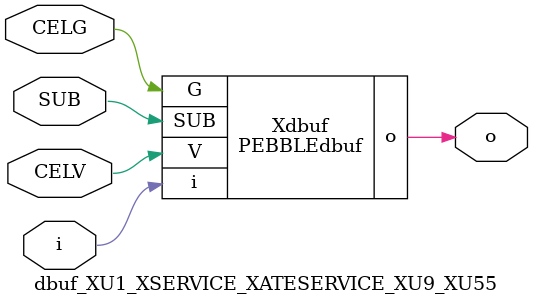
<source format=v>



module PEBBLEdbuf ( o, G, SUB, V, i );

  input V;
  input i;
  input G;
  output o;
  input SUB;
endmodule

//Celera Confidential Do Not Copy dbuf_XU1_XSERVICE_XATESERVICE_XU9_XU55
//Celera Confidential Symbol Generator
//Digital Buffer
module dbuf_XU1_XSERVICE_XATESERVICE_XU9_XU55 (CELV,CELG,i,o,SUB);
input CELV;
input CELG;
input i;
input SUB;
output o;

//Celera Confidential Do Not Copy dbuf
PEBBLEdbuf Xdbuf(
.V (CELV),
.i (i),
.o (o),
.SUB (SUB),
.G (CELG)
);
//,diesize,PEBBLEdbuf

//Celera Confidential Do Not Copy Module End
//Celera Schematic Generator
endmodule

</source>
